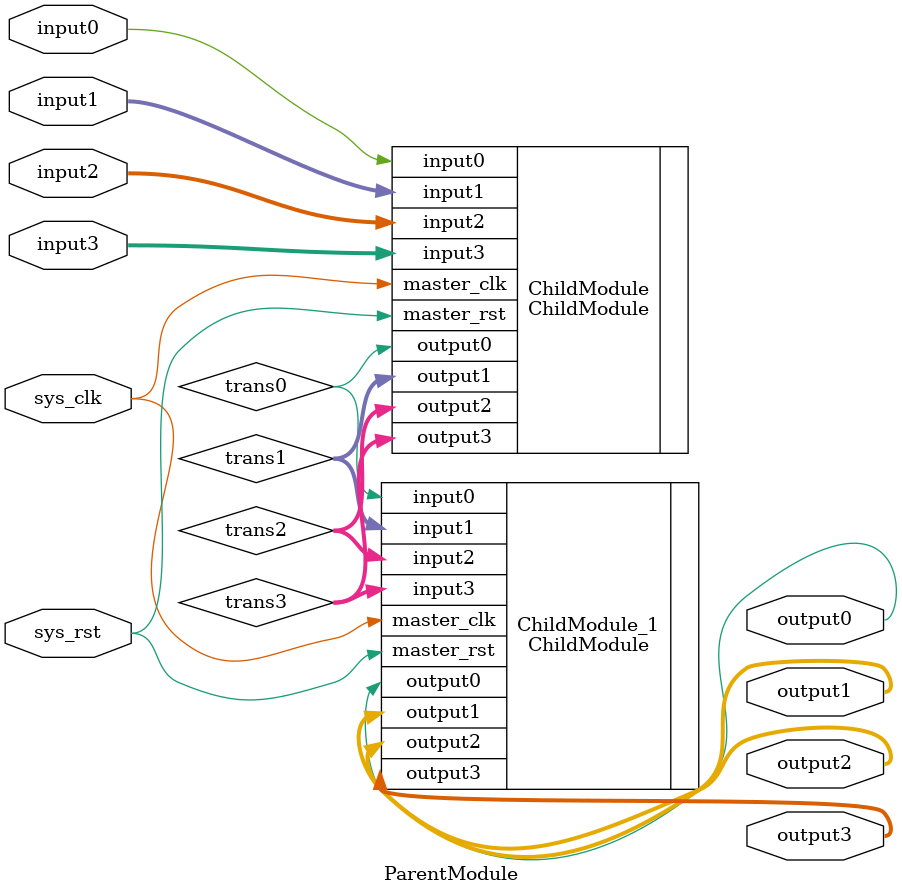
<source format=v>
/* Machine-generated using Migen */
module ParentModule(
	input input0,
	input [1:0] input1,
	input [2:0] input2,
	input [3:0] input3,
	output output0,
	output [1:0] output1,
	output [2:0] output2,
	output [3:0] output3,
	input sys_clk,
	input sys_rst
);

wire trans0;
wire [1:0] trans1;
wire [2:0] trans2;
wire [3:0] trans3;


ChildModule ChildModule(
	.input0(input0),
	.input1(input1),
	.input2(input2),
	.input3(input3),
	.master_clk(sys_clk),
	.master_rst(sys_rst),
	.output0(trans0),
	.output1(trans1),
	.output2(trans2),
	.output3(trans3)
);

ChildModule ChildModule_1(
	.input0(trans0),
	.input1(trans1),
	.input2(trans2),
	.input3(trans3),
	.master_clk(sys_clk),
	.master_rst(sys_rst),
	.output0(output0),
	.output1(output1),
	.output2(output2),
	.output3(output3)
);

endmodule

</source>
